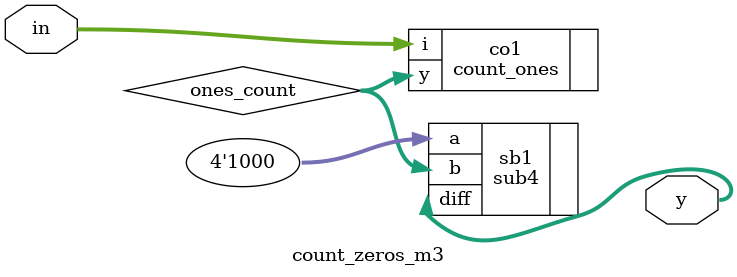
<source format=v>
module count_zeros_m3 (in,y);
	input [7:0] in;
	output [3:0] y;
	
	wire [3:0] ones_count;
	
	count_ones co1(.y(ones_count),.i(in));
	sub4  sb1( 		.a(4'd8),	.b(ones_count),	.diff(y)	);
	
endmodule
</source>
